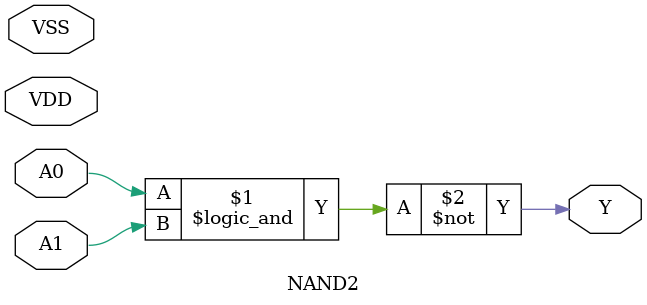
<source format=v>
module NAND2(Y, A0, A1, VDD, VSS );
  input A0, A1;
  output Y;
  inout VDD, VSS;

  assign Y=~(A0 && A1);
endmodule

</source>
